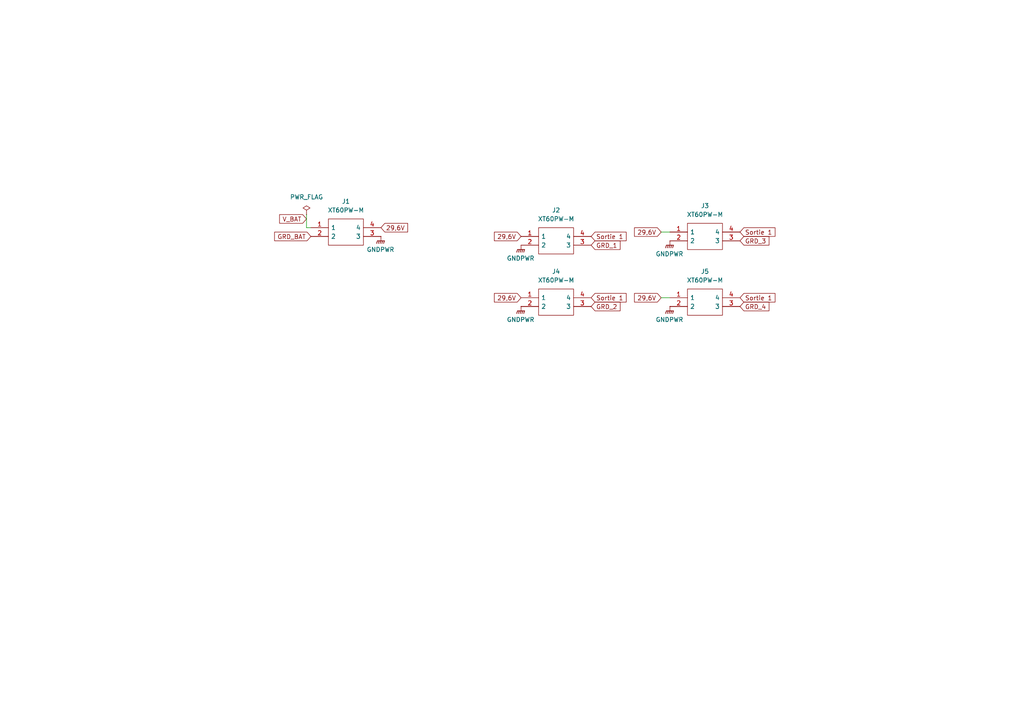
<source format=kicad_sch>
(kicad_sch
	(version 20231120)
	(generator "eeschema")
	(generator_version "8.0")
	(uuid "40e78b41-6f09-46d1-a57e-90611bd0dcb4")
	(paper "A4")
	(lib_symbols
		(symbol "XT60PW-M:XT60PW-M"
			(pin_names
				(offset 0.762)
			)
			(exclude_from_sim no)
			(in_bom yes)
			(on_board yes)
			(property "Reference" "J"
				(at 16.51 7.62 0)
				(effects
					(font
						(size 1.27 1.27)
					)
					(justify left)
				)
			)
			(property "Value" "XT60PW-M"
				(at 16.51 5.08 0)
				(effects
					(font
						(size 1.27 1.27)
					)
					(justify left)
				)
			)
			(property "Footprint" "XT60PWM"
				(at 16.51 2.54 0)
				(effects
					(font
						(size 1.27 1.27)
					)
					(justify left)
					(hide yes)
				)
			)
			(property "Datasheet" "https://www.tme.eu/Document/9b8d0c5eb7094295f3d3112c214d3ade/XT60PW%20SPEC.pdf"
				(at 16.51 0 0)
				(effects
					(font
						(size 1.27 1.27)
					)
					(justify left)
					(hide yes)
				)
			)
			(property "Description" "Socket; DC supply; XT60; male; PIN: 2; on PCBs; THT; Colour: yellow"
				(at 0 0 0)
				(effects
					(font
						(size 1.27 1.27)
					)
					(hide yes)
				)
			)
			(property "Description_1" "Socket; DC supply; XT60; male; PIN: 2; on PCBs; THT; Colour: yellow"
				(at 16.51 -2.54 0)
				(effects
					(font
						(size 1.27 1.27)
					)
					(justify left)
					(hide yes)
				)
			)
			(property "Height" "8.4"
				(at 16.51 -5.08 0)
				(effects
					(font
						(size 1.27 1.27)
					)
					(justify left)
					(hide yes)
				)
			)
			(property "Manufacturer_Name" "Changzou Amass Elec"
				(at 16.51 -7.62 0)
				(effects
					(font
						(size 1.27 1.27)
					)
					(justify left)
					(hide yes)
				)
			)
			(property "Manufacturer_Part_Number" "XT60PW-M"
				(at 16.51 -10.16 0)
				(effects
					(font
						(size 1.27 1.27)
					)
					(justify left)
					(hide yes)
				)
			)
			(property "Mouser Part Number" ""
				(at 16.51 -12.7 0)
				(effects
					(font
						(size 1.27 1.27)
					)
					(justify left)
					(hide yes)
				)
			)
			(property "Mouser Price/Stock" ""
				(at 16.51 -15.24 0)
				(effects
					(font
						(size 1.27 1.27)
					)
					(justify left)
					(hide yes)
				)
			)
			(property "Arrow Part Number" ""
				(at 16.51 -17.78 0)
				(effects
					(font
						(size 1.27 1.27)
					)
					(justify left)
					(hide yes)
				)
			)
			(property "Arrow Price/Stock" ""
				(at 16.51 -20.32 0)
				(effects
					(font
						(size 1.27 1.27)
					)
					(justify left)
					(hide yes)
				)
			)
			(symbol "XT60PW-M_0_0"
				(pin passive line
					(at 0 0 0)
					(length 5.08)
					(name "1"
						(effects
							(font
								(size 1.27 1.27)
							)
						)
					)
					(number "1"
						(effects
							(font
								(size 1.27 1.27)
							)
						)
					)
				)
				(pin passive line
					(at 0 -2.54 0)
					(length 5.08)
					(name "2"
						(effects
							(font
								(size 1.27 1.27)
							)
						)
					)
					(number "2"
						(effects
							(font
								(size 1.27 1.27)
							)
						)
					)
				)
				(pin passive line
					(at 20.32 -2.54 180)
					(length 5.08)
					(name "3"
						(effects
							(font
								(size 1.27 1.27)
							)
						)
					)
					(number "3"
						(effects
							(font
								(size 1.27 1.27)
							)
						)
					)
				)
				(pin passive line
					(at 20.32 0 180)
					(length 5.08)
					(name "4"
						(effects
							(font
								(size 1.27 1.27)
							)
						)
					)
					(number "4"
						(effects
							(font
								(size 1.27 1.27)
							)
						)
					)
				)
			)
			(symbol "XT60PW-M_0_1"
				(polyline
					(pts
						(xy 5.08 2.54) (xy 15.24 2.54) (xy 15.24 -5.08) (xy 5.08 -5.08) (xy 5.08 2.54)
					)
					(stroke
						(width 0.1524)
						(type solid)
					)
					(fill
						(type none)
					)
				)
			)
		)
		(symbol "power:GNDPWR"
			(power)
			(pin_numbers hide)
			(pin_names
				(offset 0) hide)
			(exclude_from_sim no)
			(in_bom yes)
			(on_board yes)
			(property "Reference" "#PWR"
				(at 0 -5.08 0)
				(effects
					(font
						(size 1.27 1.27)
					)
					(hide yes)
				)
			)
			(property "Value" "GNDPWR"
				(at 0 -3.302 0)
				(effects
					(font
						(size 1.27 1.27)
					)
				)
			)
			(property "Footprint" ""
				(at 0 -1.27 0)
				(effects
					(font
						(size 1.27 1.27)
					)
					(hide yes)
				)
			)
			(property "Datasheet" ""
				(at 0 -1.27 0)
				(effects
					(font
						(size 1.27 1.27)
					)
					(hide yes)
				)
			)
			(property "Description" "Power symbol creates a global label with name \"GNDPWR\" , global ground"
				(at 0 0 0)
				(effects
					(font
						(size 1.27 1.27)
					)
					(hide yes)
				)
			)
			(property "ki_keywords" "global ground"
				(at 0 0 0)
				(effects
					(font
						(size 1.27 1.27)
					)
					(hide yes)
				)
			)
			(symbol "GNDPWR_0_1"
				(polyline
					(pts
						(xy 0 -1.27) (xy 0 0)
					)
					(stroke
						(width 0)
						(type default)
					)
					(fill
						(type none)
					)
				)
				(polyline
					(pts
						(xy -1.016 -1.27) (xy -1.27 -2.032) (xy -1.27 -2.032)
					)
					(stroke
						(width 0.2032)
						(type default)
					)
					(fill
						(type none)
					)
				)
				(polyline
					(pts
						(xy -0.508 -1.27) (xy -0.762 -2.032) (xy -0.762 -2.032)
					)
					(stroke
						(width 0.2032)
						(type default)
					)
					(fill
						(type none)
					)
				)
				(polyline
					(pts
						(xy 0 -1.27) (xy -0.254 -2.032) (xy -0.254 -2.032)
					)
					(stroke
						(width 0.2032)
						(type default)
					)
					(fill
						(type none)
					)
				)
				(polyline
					(pts
						(xy 0.508 -1.27) (xy 0.254 -2.032) (xy 0.254 -2.032)
					)
					(stroke
						(width 0.2032)
						(type default)
					)
					(fill
						(type none)
					)
				)
				(polyline
					(pts
						(xy 1.016 -1.27) (xy -1.016 -1.27) (xy -1.016 -1.27)
					)
					(stroke
						(width 0.2032)
						(type default)
					)
					(fill
						(type none)
					)
				)
				(polyline
					(pts
						(xy 1.016 -1.27) (xy 0.762 -2.032) (xy 0.762 -2.032) (xy 0.762 -2.032)
					)
					(stroke
						(width 0.2032)
						(type default)
					)
					(fill
						(type none)
					)
				)
			)
			(symbol "GNDPWR_1_1"
				(pin power_in line
					(at 0 0 270)
					(length 0)
					(name "~"
						(effects
							(font
								(size 1.27 1.27)
							)
						)
					)
					(number "1"
						(effects
							(font
								(size 1.27 1.27)
							)
						)
					)
				)
			)
		)
		(symbol "power:PWR_FLAG"
			(power)
			(pin_numbers hide)
			(pin_names
				(offset 0) hide)
			(exclude_from_sim no)
			(in_bom yes)
			(on_board yes)
			(property "Reference" "#FLG"
				(at 0 1.905 0)
				(effects
					(font
						(size 1.27 1.27)
					)
					(hide yes)
				)
			)
			(property "Value" "PWR_FLAG"
				(at 0 3.81 0)
				(effects
					(font
						(size 1.27 1.27)
					)
				)
			)
			(property "Footprint" ""
				(at 0 0 0)
				(effects
					(font
						(size 1.27 1.27)
					)
					(hide yes)
				)
			)
			(property "Datasheet" "~"
				(at 0 0 0)
				(effects
					(font
						(size 1.27 1.27)
					)
					(hide yes)
				)
			)
			(property "Description" "Special symbol for telling ERC where power comes from"
				(at 0 0 0)
				(effects
					(font
						(size 1.27 1.27)
					)
					(hide yes)
				)
			)
			(property "ki_keywords" "flag power"
				(at 0 0 0)
				(effects
					(font
						(size 1.27 1.27)
					)
					(hide yes)
				)
			)
			(symbol "PWR_FLAG_0_0"
				(pin power_out line
					(at 0 0 90)
					(length 0)
					(name "~"
						(effects
							(font
								(size 1.27 1.27)
							)
						)
					)
					(number "1"
						(effects
							(font
								(size 1.27 1.27)
							)
						)
					)
				)
			)
			(symbol "PWR_FLAG_0_1"
				(polyline
					(pts
						(xy 0 0) (xy 0 1.27) (xy -1.016 1.905) (xy 0 2.54) (xy 1.016 1.905) (xy 0 1.27)
					)
					(stroke
						(width 0)
						(type default)
					)
					(fill
						(type none)
					)
				)
			)
		)
	)
	(wire
		(pts
			(xy 88.9 66.04) (xy 90.17 66.04)
		)
		(stroke
			(width 0)
			(type default)
		)
		(uuid "1230e595-709a-44b9-bf34-04e07f631eed")
	)
	(wire
		(pts
			(xy 194.31 86.36) (xy 191.77 86.36)
		)
		(stroke
			(width 0)
			(type default)
		)
		(uuid "1fbb9afa-976a-4252-85b3-78f2faa8f420")
	)
	(wire
		(pts
			(xy 194.31 67.31) (xy 191.77 67.31)
		)
		(stroke
			(width 0)
			(type default)
		)
		(uuid "46f81458-81db-4068-8f47-6a751c186e67")
	)
	(wire
		(pts
			(xy 88.9 62.23) (xy 88.9 66.04)
		)
		(stroke
			(width 0)
			(type default)
		)
		(uuid "67babda7-11a0-4a4c-a55b-09293078ed3b")
	)
	(global_label "Sortie 1"
		(shape input)
		(at 171.45 86.36 0)
		(fields_autoplaced yes)
		(effects
			(font
				(size 1.27 1.27)
			)
			(justify left)
		)
		(uuid "049fc99b-0619-45ae-a964-ede3b81a78b0")
		(property "Intersheetrefs" "${INTERSHEET_REFS}"
			(at 182.1761 86.36 0)
			(effects
				(font
					(size 1.27 1.27)
				)
				(justify left)
				(hide yes)
			)
		)
	)
	(global_label "GRD_1"
		(shape input)
		(at 171.45 71.12 0)
		(fields_autoplaced yes)
		(effects
			(font
				(size 1.27 1.27)
			)
			(justify left)
		)
		(uuid "0669b318-741c-42af-8f21-1197ef25f61a")
		(property "Intersheetrefs" "${INTERSHEET_REFS}"
			(at 180.4223 71.12 0)
			(effects
				(font
					(size 1.27 1.27)
				)
				(justify left)
				(hide yes)
			)
		)
	)
	(global_label "29,6V"
		(shape input)
		(at 151.13 68.58 180)
		(fields_autoplaced yes)
		(effects
			(font
				(size 1.27 1.27)
			)
			(justify right)
		)
		(uuid "0d0e4336-88ab-4af2-9b8d-47af6a4b5588")
		(property "Intersheetrefs" "${INTERSHEET_REFS}"
			(at 142.8229 68.58 0)
			(effects
				(font
					(size 1.27 1.27)
				)
				(justify right)
				(hide yes)
			)
		)
	)
	(global_label "Sortie 1"
		(shape input)
		(at 214.63 86.36 0)
		(fields_autoplaced yes)
		(effects
			(font
				(size 1.27 1.27)
			)
			(justify left)
		)
		(uuid "18a30c0f-5b8f-459f-ba7e-c9dff8283ace")
		(property "Intersheetrefs" "${INTERSHEET_REFS}"
			(at 225.3561 86.36 0)
			(effects
				(font
					(size 1.27 1.27)
				)
				(justify left)
				(hide yes)
			)
		)
	)
	(global_label "V_BAT"
		(shape input)
		(at 88.9 63.5 180)
		(fields_autoplaced yes)
		(effects
			(font
				(size 1.27 1.27)
			)
			(justify right)
		)
		(uuid "1ae9d58c-e662-4d61-bc20-97a40021b7c4")
		(property "Intersheetrefs" "${INTERSHEET_REFS}"
			(at 80.5324 63.5 0)
			(effects
				(font
					(size 1.27 1.27)
				)
				(justify right)
				(hide yes)
			)
		)
	)
	(global_label "29,6V"
		(shape input)
		(at 191.77 86.36 180)
		(fields_autoplaced yes)
		(effects
			(font
				(size 1.27 1.27)
			)
			(justify right)
		)
		(uuid "43e571dc-c97f-4a47-83a0-560625f4cc0f")
		(property "Intersheetrefs" "${INTERSHEET_REFS}"
			(at 183.4629 86.36 0)
			(effects
				(font
					(size 1.27 1.27)
				)
				(justify right)
				(hide yes)
			)
		)
	)
	(global_label "GRD_2"
		(shape input)
		(at 171.45 88.9 0)
		(fields_autoplaced yes)
		(effects
			(font
				(size 1.27 1.27)
			)
			(justify left)
		)
		(uuid "520a1e75-8a5f-42c6-848c-131a6ac52b58")
		(property "Intersheetrefs" "${INTERSHEET_REFS}"
			(at 180.4223 88.9 0)
			(effects
				(font
					(size 1.27 1.27)
				)
				(justify left)
				(hide yes)
			)
		)
	)
	(global_label "29,6V"
		(shape input)
		(at 151.13 86.36 180)
		(fields_autoplaced yes)
		(effects
			(font
				(size 1.27 1.27)
			)
			(justify right)
		)
		(uuid "5816aa9a-685e-44a0-88b4-e89d9712d097")
		(property "Intersheetrefs" "${INTERSHEET_REFS}"
			(at 142.8229 86.36 0)
			(effects
				(font
					(size 1.27 1.27)
				)
				(justify right)
				(hide yes)
			)
		)
	)
	(global_label "GRD_4"
		(shape input)
		(at 214.63 88.9 0)
		(fields_autoplaced yes)
		(effects
			(font
				(size 1.27 1.27)
			)
			(justify left)
		)
		(uuid "71d50eec-bb6b-4221-b24a-c88521f8f9f4")
		(property "Intersheetrefs" "${INTERSHEET_REFS}"
			(at 223.6023 88.9 0)
			(effects
				(font
					(size 1.27 1.27)
				)
				(justify left)
				(hide yes)
			)
		)
	)
	(global_label "29,6V"
		(shape input)
		(at 191.77 67.31 180)
		(fields_autoplaced yes)
		(effects
			(font
				(size 1.27 1.27)
			)
			(justify right)
		)
		(uuid "755efd37-dc29-4c22-912d-165aada2cf39")
		(property "Intersheetrefs" "${INTERSHEET_REFS}"
			(at 183.4629 67.31 0)
			(effects
				(font
					(size 1.27 1.27)
				)
				(justify right)
				(hide yes)
			)
		)
	)
	(global_label "GRD_BAT"
		(shape input)
		(at 90.17 68.58 180)
		(fields_autoplaced yes)
		(effects
			(font
				(size 1.27 1.27)
			)
			(justify right)
		)
		(uuid "75db3b7c-dc0d-4c7e-b6f0-019fe9902c91")
		(property "Intersheetrefs" "${INTERSHEET_REFS}"
			(at 79.081 68.58 0)
			(effects
				(font
					(size 1.27 1.27)
				)
				(justify right)
				(hide yes)
			)
		)
	)
	(global_label "Sortie 1"
		(shape input)
		(at 214.63 67.31 0)
		(fields_autoplaced yes)
		(effects
			(font
				(size 1.27 1.27)
			)
			(justify left)
		)
		(uuid "770f0c6c-acfd-489b-9e0f-05e40c006978")
		(property "Intersheetrefs" "${INTERSHEET_REFS}"
			(at 225.3561 67.31 0)
			(effects
				(font
					(size 1.27 1.27)
				)
				(justify left)
				(hide yes)
			)
		)
	)
	(global_label "Sortie 1"
		(shape input)
		(at 171.45 68.58 0)
		(fields_autoplaced yes)
		(effects
			(font
				(size 1.27 1.27)
			)
			(justify left)
		)
		(uuid "8ff1b619-dc60-4b4a-9758-0c5747837bce")
		(property "Intersheetrefs" "${INTERSHEET_REFS}"
			(at 182.1761 68.58 0)
			(effects
				(font
					(size 1.27 1.27)
				)
				(justify left)
				(hide yes)
			)
		)
	)
	(global_label "GRD_3"
		(shape input)
		(at 214.63 69.85 0)
		(fields_autoplaced yes)
		(effects
			(font
				(size 1.27 1.27)
			)
			(justify left)
		)
		(uuid "a62de4b2-e560-4bec-bdbb-95e7b83a8c64")
		(property "Intersheetrefs" "${INTERSHEET_REFS}"
			(at 223.6023 69.85 0)
			(effects
				(font
					(size 1.27 1.27)
				)
				(justify left)
				(hide yes)
			)
		)
	)
	(global_label "29,6V"
		(shape input)
		(at 110.49 66.04 0)
		(fields_autoplaced yes)
		(effects
			(font
				(size 1.27 1.27)
			)
			(justify left)
		)
		(uuid "d465e505-15d0-444c-b7e7-430fa774ec83")
		(property "Intersheetrefs" "${INTERSHEET_REFS}"
			(at 118.7971 66.04 0)
			(effects
				(font
					(size 1.27 1.27)
				)
				(justify left)
				(hide yes)
			)
		)
	)
	(symbol
		(lib_id "power:GNDPWR")
		(at 151.13 88.9 0)
		(unit 1)
		(exclude_from_sim no)
		(in_bom yes)
		(on_board yes)
		(dnp no)
		(fields_autoplaced yes)
		(uuid "1ca09351-a798-45d3-a99e-fa26ddbb0508")
		(property "Reference" "#PWR04"
			(at 151.13 93.98 0)
			(effects
				(font
					(size 1.27 1.27)
				)
				(hide yes)
			)
		)
		(property "Value" "GNDPWR"
			(at 151.003 92.71 0)
			(effects
				(font
					(size 1.27 1.27)
				)
			)
		)
		(property "Footprint" ""
			(at 151.13 90.17 0)
			(effects
				(font
					(size 1.27 1.27)
				)
				(hide yes)
			)
		)
		(property "Datasheet" ""
			(at 151.13 90.17 0)
			(effects
				(font
					(size 1.27 1.27)
				)
				(hide yes)
			)
		)
		(property "Description" "Power symbol creates a global label with name \"GNDPWR\" , global ground"
			(at 151.13 88.9 0)
			(effects
				(font
					(size 1.27 1.27)
				)
				(hide yes)
			)
		)
		(pin "1"
			(uuid "3ee7be63-fae5-4cdb-ad38-b64e6f7f7fc5")
		)
		(instances
			(project "Carte d'Alim CFR"
				(path "/40e78b41-6f09-46d1-a57e-90611bd0dcb4"
					(reference "#PWR04")
					(unit 1)
				)
			)
		)
	)
	(symbol
		(lib_id "XT60PW-M:XT60PW-M")
		(at 194.31 67.31 0)
		(unit 1)
		(exclude_from_sim no)
		(in_bom yes)
		(on_board yes)
		(dnp no)
		(fields_autoplaced yes)
		(uuid "1cfb6c79-d7ce-4ed8-be36-2712ded31f96")
		(property "Reference" "J3"
			(at 204.47 59.69 0)
			(effects
				(font
					(size 1.27 1.27)
				)
			)
		)
		(property "Value" "XT60PW-M"
			(at 204.47 62.23 0)
			(effects
				(font
					(size 1.27 1.27)
				)
			)
		)
		(property "Footprint" "Connector_AMASS:AMASS_XT60PW-M_1x02_P7.20mm_Horizontal"
			(at 210.82 64.77 0)
			(effects
				(font
					(size 1.27 1.27)
				)
				(justify left)
				(hide yes)
			)
		)
		(property "Datasheet" "https://www.tme.eu/Document/9b8d0c5eb7094295f3d3112c214d3ade/XT60PW%20SPEC.pdf"
			(at 210.82 67.31 0)
			(effects
				(font
					(size 1.27 1.27)
				)
				(justify left)
				(hide yes)
			)
		)
		(property "Description" "Socket; DC supply; XT60; male; PIN: 2; on PCBs; THT; Colour: yellow"
			(at 194.31 67.31 0)
			(effects
				(font
					(size 1.27 1.27)
				)
				(hide yes)
			)
		)
		(property "Description_1" "Socket; DC supply; XT60; male; PIN: 2; on PCBs; THT; Colour: yellow"
			(at 210.82 69.85 0)
			(effects
				(font
					(size 1.27 1.27)
				)
				(justify left)
				(hide yes)
			)
		)
		(property "Height" "8.4"
			(at 210.82 72.39 0)
			(effects
				(font
					(size 1.27 1.27)
				)
				(justify left)
				(hide yes)
			)
		)
		(property "Manufacturer_Name" "Changzou Amass Elec"
			(at 210.82 74.93 0)
			(effects
				(font
					(size 1.27 1.27)
				)
				(justify left)
				(hide yes)
			)
		)
		(property "Manufacturer_Part_Number" "XT60PW-M"
			(at 210.82 77.47 0)
			(effects
				(font
					(size 1.27 1.27)
				)
				(justify left)
				(hide yes)
			)
		)
		(property "Mouser Part Number" ""
			(at 210.82 80.01 0)
			(effects
				(font
					(size 1.27 1.27)
				)
				(justify left)
				(hide yes)
			)
		)
		(property "Mouser Price/Stock" ""
			(at 210.82 82.55 0)
			(effects
				(font
					(size 1.27 1.27)
				)
				(justify left)
				(hide yes)
			)
		)
		(property "Arrow Part Number" ""
			(at 210.82 85.09 0)
			(effects
				(font
					(size 1.27 1.27)
				)
				(justify left)
				(hide yes)
			)
		)
		(property "Arrow Price/Stock" ""
			(at 210.82 87.63 0)
			(effects
				(font
					(size 1.27 1.27)
				)
				(justify left)
				(hide yes)
			)
		)
		(pin "3"
			(uuid "59138c97-b967-40fa-b594-9a21b2d2f21d")
		)
		(pin "1"
			(uuid "f78fbdf7-a1ce-4b27-a278-d00eaf72fb74")
		)
		(pin "2"
			(uuid "9481146a-9834-48dd-a394-a57ac85bd1d7")
		)
		(pin "4"
			(uuid "e4f3e82b-e795-4e5d-a3a7-2b6d2ba9dcd0")
		)
		(instances
			(project "Carte d'Alim CFR"
				(path "/40e78b41-6f09-46d1-a57e-90611bd0dcb4"
					(reference "J3")
					(unit 1)
				)
			)
		)
	)
	(symbol
		(lib_id "power:GNDPWR")
		(at 110.49 68.58 0)
		(unit 1)
		(exclude_from_sim no)
		(in_bom yes)
		(on_board yes)
		(dnp no)
		(fields_autoplaced yes)
		(uuid "20f0b6c4-5062-4a49-92c1-051b63a71449")
		(property "Reference" "#PWR01"
			(at 110.49 73.66 0)
			(effects
				(font
					(size 1.27 1.27)
				)
				(hide yes)
			)
		)
		(property "Value" "GNDPWR"
			(at 110.363 72.39 0)
			(effects
				(font
					(size 1.27 1.27)
				)
			)
		)
		(property "Footprint" ""
			(at 110.49 69.85 0)
			(effects
				(font
					(size 1.27 1.27)
				)
				(hide yes)
			)
		)
		(property "Datasheet" ""
			(at 110.49 69.85 0)
			(effects
				(font
					(size 1.27 1.27)
				)
				(hide yes)
			)
		)
		(property "Description" "Power symbol creates a global label with name \"GNDPWR\" , global ground"
			(at 110.49 68.58 0)
			(effects
				(font
					(size 1.27 1.27)
				)
				(hide yes)
			)
		)
		(pin "1"
			(uuid "600dbca6-9f56-41a3-a8d1-cf2513993d77")
		)
		(instances
			(project "Carte d'Alim CFR"
				(path "/40e78b41-6f09-46d1-a57e-90611bd0dcb4"
					(reference "#PWR01")
					(unit 1)
				)
			)
		)
	)
	(symbol
		(lib_id "XT60PW-M:XT60PW-M")
		(at 90.17 66.04 0)
		(unit 1)
		(exclude_from_sim no)
		(in_bom yes)
		(on_board yes)
		(dnp no)
		(fields_autoplaced yes)
		(uuid "211c6b69-3a4c-4d23-93ab-bac36a3577c0")
		(property "Reference" "J1"
			(at 100.33 58.42 0)
			(effects
				(font
					(size 1.27 1.27)
				)
			)
		)
		(property "Value" "XT60PW-M"
			(at 100.33 60.96 0)
			(effects
				(font
					(size 1.27 1.27)
				)
			)
		)
		(property "Footprint" "Connector_AMASS:AMASS_XT60PW-M_1x02_P7.20mm_Horizontal"
			(at 106.68 63.5 0)
			(effects
				(font
					(size 1.27 1.27)
				)
				(justify left)
				(hide yes)
			)
		)
		(property "Datasheet" "https://www.tme.eu/Document/9b8d0c5eb7094295f3d3112c214d3ade/XT60PW%20SPEC.pdf"
			(at 106.68 66.04 0)
			(effects
				(font
					(size 1.27 1.27)
				)
				(justify left)
				(hide yes)
			)
		)
		(property "Description" "Socket; DC supply; XT60; male; PIN: 2; on PCBs; THT; Colour: yellow"
			(at 90.17 66.04 0)
			(effects
				(font
					(size 1.27 1.27)
				)
				(hide yes)
			)
		)
		(property "Description_1" "Socket; DC supply; XT60; male; PIN: 2; on PCBs; THT; Colour: yellow"
			(at 106.68 68.58 0)
			(effects
				(font
					(size 1.27 1.27)
				)
				(justify left)
				(hide yes)
			)
		)
		(property "Height" "8.4"
			(at 106.68 71.12 0)
			(effects
				(font
					(size 1.27 1.27)
				)
				(justify left)
				(hide yes)
			)
		)
		(property "Manufacturer_Name" "Changzou Amass Elec"
			(at 106.68 73.66 0)
			(effects
				(font
					(size 1.27 1.27)
				)
				(justify left)
				(hide yes)
			)
		)
		(property "Manufacturer_Part_Number" "XT60PW-M"
			(at 106.68 76.2 0)
			(effects
				(font
					(size 1.27 1.27)
				)
				(justify left)
				(hide yes)
			)
		)
		(property "Mouser Part Number" ""
			(at 106.68 78.74 0)
			(effects
				(font
					(size 1.27 1.27)
				)
				(justify left)
				(hide yes)
			)
		)
		(property "Mouser Price/Stock" ""
			(at 106.68 81.28 0)
			(effects
				(font
					(size 1.27 1.27)
				)
				(justify left)
				(hide yes)
			)
		)
		(property "Arrow Part Number" ""
			(at 106.68 83.82 0)
			(effects
				(font
					(size 1.27 1.27)
				)
				(justify left)
				(hide yes)
			)
		)
		(property "Arrow Price/Stock" ""
			(at 106.68 86.36 0)
			(effects
				(font
					(size 1.27 1.27)
				)
				(justify left)
				(hide yes)
			)
		)
		(pin "2"
			(uuid "a25fec86-d139-4b09-b01f-4d2ada9a35ff")
		)
		(pin "3"
			(uuid "bffab0fe-2d44-4d14-92a9-8ec754f8fa23")
		)
		(pin "4"
			(uuid "72dde5f8-0d41-4b68-857f-71dd3d2c2b91")
		)
		(pin "1"
			(uuid "b36e3a0f-d133-4967-afcc-73cb739ed662")
		)
		(instances
			(project ""
				(path "/40e78b41-6f09-46d1-a57e-90611bd0dcb4"
					(reference "J1")
					(unit 1)
				)
			)
		)
	)
	(symbol
		(lib_id "XT60PW-M:XT60PW-M")
		(at 151.13 68.58 0)
		(unit 1)
		(exclude_from_sim no)
		(in_bom yes)
		(on_board yes)
		(dnp no)
		(fields_autoplaced yes)
		(uuid "33dc2e72-690a-4660-a2d1-71ab692a3d76")
		(property "Reference" "J2"
			(at 161.29 60.96 0)
			(effects
				(font
					(size 1.27 1.27)
				)
			)
		)
		(property "Value" "XT60PW-M"
			(at 161.29 63.5 0)
			(effects
				(font
					(size 1.27 1.27)
				)
			)
		)
		(property "Footprint" "Connector_AMASS:AMASS_XT60PW-M_1x02_P7.20mm_Horizontal"
			(at 167.64 66.04 0)
			(effects
				(font
					(size 1.27 1.27)
				)
				(justify left)
				(hide yes)
			)
		)
		(property "Datasheet" "https://www.tme.eu/Document/9b8d0c5eb7094295f3d3112c214d3ade/XT60PW%20SPEC.pdf"
			(at 167.64 68.58 0)
			(effects
				(font
					(size 1.27 1.27)
				)
				(justify left)
				(hide yes)
			)
		)
		(property "Description" "Socket; DC supply; XT60; male; PIN: 2; on PCBs; THT; Colour: yellow"
			(at 151.13 68.58 0)
			(effects
				(font
					(size 1.27 1.27)
				)
				(hide yes)
			)
		)
		(property "Description_1" "Socket; DC supply; XT60; male; PIN: 2; on PCBs; THT; Colour: yellow"
			(at 167.64 71.12 0)
			(effects
				(font
					(size 1.27 1.27)
				)
				(justify left)
				(hide yes)
			)
		)
		(property "Height" "8.4"
			(at 167.64 73.66 0)
			(effects
				(font
					(size 1.27 1.27)
				)
				(justify left)
				(hide yes)
			)
		)
		(property "Manufacturer_Name" "Changzou Amass Elec"
			(at 167.64 76.2 0)
			(effects
				(font
					(size 1.27 1.27)
				)
				(justify left)
				(hide yes)
			)
		)
		(property "Manufacturer_Part_Number" "XT60PW-M"
			(at 167.64 78.74 0)
			(effects
				(font
					(size 1.27 1.27)
				)
				(justify left)
				(hide yes)
			)
		)
		(property "Mouser Part Number" ""
			(at 167.64 81.28 0)
			(effects
				(font
					(size 1.27 1.27)
				)
				(justify left)
				(hide yes)
			)
		)
		(property "Mouser Price/Stock" ""
			(at 167.64 83.82 0)
			(effects
				(font
					(size 1.27 1.27)
				)
				(justify left)
				(hide yes)
			)
		)
		(property "Arrow Part Number" ""
			(at 167.64 86.36 0)
			(effects
				(font
					(size 1.27 1.27)
				)
				(justify left)
				(hide yes)
			)
		)
		(property "Arrow Price/Stock" ""
			(at 167.64 88.9 0)
			(effects
				(font
					(size 1.27 1.27)
				)
				(justify left)
				(hide yes)
			)
		)
		(pin "3"
			(uuid "687d8fea-3ed6-45dc-af0a-ff03f64717f9")
		)
		(pin "1"
			(uuid "632bd1dd-631a-44c6-bd4a-1afedca26a0c")
		)
		(pin "2"
			(uuid "a9d0aeec-8c27-4e62-951c-1e43f07481f5")
		)
		(pin "4"
			(uuid "302dd0df-f1c6-4e14-88d2-ab539c29c267")
		)
		(instances
			(project "Carte d'Alim CFR"
				(path "/40e78b41-6f09-46d1-a57e-90611bd0dcb4"
					(reference "J2")
					(unit 1)
				)
			)
		)
	)
	(symbol
		(lib_id "XT60PW-M:XT60PW-M")
		(at 194.31 86.36 0)
		(unit 1)
		(exclude_from_sim no)
		(in_bom yes)
		(on_board yes)
		(dnp no)
		(fields_autoplaced yes)
		(uuid "3a22d578-2a7e-4669-8499-69916dcff33f")
		(property "Reference" "J5"
			(at 204.47 78.74 0)
			(effects
				(font
					(size 1.27 1.27)
				)
			)
		)
		(property "Value" "XT60PW-M"
			(at 204.47 81.28 0)
			(effects
				(font
					(size 1.27 1.27)
				)
			)
		)
		(property "Footprint" "Connector_AMASS:AMASS_XT60PW-M_1x02_P7.20mm_Horizontal"
			(at 210.82 83.82 0)
			(effects
				(font
					(size 1.27 1.27)
				)
				(justify left)
				(hide yes)
			)
		)
		(property "Datasheet" "https://www.tme.eu/Document/9b8d0c5eb7094295f3d3112c214d3ade/XT60PW%20SPEC.pdf"
			(at 210.82 86.36 0)
			(effects
				(font
					(size 1.27 1.27)
				)
				(justify left)
				(hide yes)
			)
		)
		(property "Description" "Socket; DC supply; XT60; male; PIN: 2; on PCBs; THT; Colour: yellow"
			(at 194.31 86.36 0)
			(effects
				(font
					(size 1.27 1.27)
				)
				(hide yes)
			)
		)
		(property "Description_1" "Socket; DC supply; XT60; male; PIN: 2; on PCBs; THT; Colour: yellow"
			(at 210.82 88.9 0)
			(effects
				(font
					(size 1.27 1.27)
				)
				(justify left)
				(hide yes)
			)
		)
		(property "Height" "8.4"
			(at 210.82 91.44 0)
			(effects
				(font
					(size 1.27 1.27)
				)
				(justify left)
				(hide yes)
			)
		)
		(property "Manufacturer_Name" "Changzou Amass Elec"
			(at 210.82 93.98 0)
			(effects
				(font
					(size 1.27 1.27)
				)
				(justify left)
				(hide yes)
			)
		)
		(property "Manufacturer_Part_Number" "XT60PW-M"
			(at 210.82 96.52 0)
			(effects
				(font
					(size 1.27 1.27)
				)
				(justify left)
				(hide yes)
			)
		)
		(property "Mouser Part Number" ""
			(at 210.82 99.06 0)
			(effects
				(font
					(size 1.27 1.27)
				)
				(justify left)
				(hide yes)
			)
		)
		(property "Mouser Price/Stock" ""
			(at 210.82 101.6 0)
			(effects
				(font
					(size 1.27 1.27)
				)
				(justify left)
				(hide yes)
			)
		)
		(property "Arrow Part Number" ""
			(at 210.82 104.14 0)
			(effects
				(font
					(size 1.27 1.27)
				)
				(justify left)
				(hide yes)
			)
		)
		(property "Arrow Price/Stock" ""
			(at 210.82 106.68 0)
			(effects
				(font
					(size 1.27 1.27)
				)
				(justify left)
				(hide yes)
			)
		)
		(pin "3"
			(uuid "cd9e5e93-0f0a-463c-bef2-1b35d03da690")
		)
		(pin "1"
			(uuid "53aae324-84af-44cd-8fd2-b8140e417a04")
		)
		(pin "2"
			(uuid "891578ea-8410-43a5-ba9f-7f4a73b2cb90")
		)
		(pin "4"
			(uuid "6fa19d94-9a67-4031-a333-f6d47626e953")
		)
		(instances
			(project "Carte d'Alim CFR"
				(path "/40e78b41-6f09-46d1-a57e-90611bd0dcb4"
					(reference "J5")
					(unit 1)
				)
			)
		)
	)
	(symbol
		(lib_id "XT60PW-M:XT60PW-M")
		(at 151.13 86.36 0)
		(unit 1)
		(exclude_from_sim no)
		(in_bom yes)
		(on_board yes)
		(dnp no)
		(fields_autoplaced yes)
		(uuid "827bac3f-a44d-40cd-9d7c-2ba855232920")
		(property "Reference" "J4"
			(at 161.29 78.74 0)
			(effects
				(font
					(size 1.27 1.27)
				)
			)
		)
		(property "Value" "XT60PW-M"
			(at 161.29 81.28 0)
			(effects
				(font
					(size 1.27 1.27)
				)
			)
		)
		(property "Footprint" "Connector_AMASS:AMASS_XT60PW-M_1x02_P7.20mm_Horizontal"
			(at 167.64 83.82 0)
			(effects
				(font
					(size 1.27 1.27)
				)
				(justify left)
				(hide yes)
			)
		)
		(property "Datasheet" "https://www.tme.eu/Document/9b8d0c5eb7094295f3d3112c214d3ade/XT60PW%20SPEC.pdf"
			(at 167.64 86.36 0)
			(effects
				(font
					(size 1.27 1.27)
				)
				(justify left)
				(hide yes)
			)
		)
		(property "Description" "Socket; DC supply; XT60; male; PIN: 2; on PCBs; THT; Colour: yellow"
			(at 151.13 86.36 0)
			(effects
				(font
					(size 1.27 1.27)
				)
				(hide yes)
			)
		)
		(property "Description_1" "Socket; DC supply; XT60; male; PIN: 2; on PCBs; THT; Colour: yellow"
			(at 167.64 88.9 0)
			(effects
				(font
					(size 1.27 1.27)
				)
				(justify left)
				(hide yes)
			)
		)
		(property "Height" "8.4"
			(at 167.64 91.44 0)
			(effects
				(font
					(size 1.27 1.27)
				)
				(justify left)
				(hide yes)
			)
		)
		(property "Manufacturer_Name" "Changzou Amass Elec"
			(at 167.64 93.98 0)
			(effects
				(font
					(size 1.27 1.27)
				)
				(justify left)
				(hide yes)
			)
		)
		(property "Manufacturer_Part_Number" "XT60PW-M"
			(at 167.64 96.52 0)
			(effects
				(font
					(size 1.27 1.27)
				)
				(justify left)
				(hide yes)
			)
		)
		(property "Mouser Part Number" ""
			(at 167.64 99.06 0)
			(effects
				(font
					(size 1.27 1.27)
				)
				(justify left)
				(hide yes)
			)
		)
		(property "Mouser Price/Stock" ""
			(at 167.64 101.6 0)
			(effects
				(font
					(size 1.27 1.27)
				)
				(justify left)
				(hide yes)
			)
		)
		(property "Arrow Part Number" ""
			(at 167.64 104.14 0)
			(effects
				(font
					(size 1.27 1.27)
				)
				(justify left)
				(hide yes)
			)
		)
		(property "Arrow Price/Stock" ""
			(at 167.64 106.68 0)
			(effects
				(font
					(size 1.27 1.27)
				)
				(justify left)
				(hide yes)
			)
		)
		(pin "3"
			(uuid "7b8dd486-6005-4777-8613-cb8194194c08")
		)
		(pin "1"
			(uuid "6f478d6b-b348-4233-ba29-7c94987d0428")
		)
		(pin "2"
			(uuid "543f2fa9-8c72-4a73-9638-afea4332a41d")
		)
		(pin "4"
			(uuid "5d081bd7-5360-4897-9c7c-3f32b1b4e647")
		)
		(instances
			(project "Carte d'Alim CFR"
				(path "/40e78b41-6f09-46d1-a57e-90611bd0dcb4"
					(reference "J4")
					(unit 1)
				)
			)
		)
	)
	(symbol
		(lib_id "power:GNDPWR")
		(at 194.31 69.85 0)
		(unit 1)
		(exclude_from_sim no)
		(in_bom yes)
		(on_board yes)
		(dnp no)
		(fields_autoplaced yes)
		(uuid "a7526c9c-df81-410d-97bb-8b561b4e5c59")
		(property "Reference" "#PWR03"
			(at 194.31 74.93 0)
			(effects
				(font
					(size 1.27 1.27)
				)
				(hide yes)
			)
		)
		(property "Value" "GNDPWR"
			(at 194.183 73.66 0)
			(effects
				(font
					(size 1.27 1.27)
				)
			)
		)
		(property "Footprint" ""
			(at 194.31 71.12 0)
			(effects
				(font
					(size 1.27 1.27)
				)
				(hide yes)
			)
		)
		(property "Datasheet" ""
			(at 194.31 71.12 0)
			(effects
				(font
					(size 1.27 1.27)
				)
				(hide yes)
			)
		)
		(property "Description" "Power symbol creates a global label with name \"GNDPWR\" , global ground"
			(at 194.31 69.85 0)
			(effects
				(font
					(size 1.27 1.27)
				)
				(hide yes)
			)
		)
		(pin "1"
			(uuid "9b1826bc-e7f3-48dc-88c2-c117f7a5ad66")
		)
		(instances
			(project "Carte d'Alim CFR"
				(path "/40e78b41-6f09-46d1-a57e-90611bd0dcb4"
					(reference "#PWR03")
					(unit 1)
				)
			)
		)
	)
	(symbol
		(lib_id "power:PWR_FLAG")
		(at 88.9 62.23 0)
		(unit 1)
		(exclude_from_sim no)
		(in_bom yes)
		(on_board yes)
		(dnp no)
		(fields_autoplaced yes)
		(uuid "ba525efd-1422-4e6b-9453-7fdffce499c5")
		(property "Reference" "#FLG01"
			(at 88.9 60.325 0)
			(effects
				(font
					(size 1.27 1.27)
				)
				(hide yes)
			)
		)
		(property "Value" "PWR_FLAG"
			(at 88.9 57.15 0)
			(effects
				(font
					(size 1.27 1.27)
				)
			)
		)
		(property "Footprint" ""
			(at 88.9 62.23 0)
			(effects
				(font
					(size 1.27 1.27)
				)
				(hide yes)
			)
		)
		(property "Datasheet" "~"
			(at 88.9 62.23 0)
			(effects
				(font
					(size 1.27 1.27)
				)
				(hide yes)
			)
		)
		(property "Description" "Special symbol for telling ERC where power comes from"
			(at 88.9 62.23 0)
			(effects
				(font
					(size 1.27 1.27)
				)
				(hide yes)
			)
		)
		(pin "1"
			(uuid "223255f9-6b01-4e8e-b6c9-c8bc93409bcd")
		)
		(instances
			(project ""
				(path "/40e78b41-6f09-46d1-a57e-90611bd0dcb4"
					(reference "#FLG01")
					(unit 1)
				)
			)
		)
	)
	(symbol
		(lib_id "power:GNDPWR")
		(at 151.13 71.12 0)
		(unit 1)
		(exclude_from_sim no)
		(in_bom yes)
		(on_board yes)
		(dnp no)
		(fields_autoplaced yes)
		(uuid "e565c14d-dfa0-4c81-b781-5e2eb8ec3335")
		(property "Reference" "#PWR02"
			(at 151.13 76.2 0)
			(effects
				(font
					(size 1.27 1.27)
				)
				(hide yes)
			)
		)
		(property "Value" "GNDPWR"
			(at 151.003 74.93 0)
			(effects
				(font
					(size 1.27 1.27)
				)
			)
		)
		(property "Footprint" ""
			(at 151.13 72.39 0)
			(effects
				(font
					(size 1.27 1.27)
				)
				(hide yes)
			)
		)
		(property "Datasheet" ""
			(at 151.13 72.39 0)
			(effects
				(font
					(size 1.27 1.27)
				)
				(hide yes)
			)
		)
		(property "Description" "Power symbol creates a global label with name \"GNDPWR\" , global ground"
			(at 151.13 71.12 0)
			(effects
				(font
					(size 1.27 1.27)
				)
				(hide yes)
			)
		)
		(pin "1"
			(uuid "6f31a21a-8693-4467-84a0-c588011391d8")
		)
		(instances
			(project ""
				(path "/40e78b41-6f09-46d1-a57e-90611bd0dcb4"
					(reference "#PWR02")
					(unit 1)
				)
			)
		)
	)
	(symbol
		(lib_id "power:GNDPWR")
		(at 194.31 88.9 0)
		(unit 1)
		(exclude_from_sim no)
		(in_bom yes)
		(on_board yes)
		(dnp no)
		(fields_autoplaced yes)
		(uuid "fbf2f3e1-48d7-4b8b-ba86-988a9fae751d")
		(property "Reference" "#PWR05"
			(at 194.31 93.98 0)
			(effects
				(font
					(size 1.27 1.27)
				)
				(hide yes)
			)
		)
		(property "Value" "GNDPWR"
			(at 194.183 92.71 0)
			(effects
				(font
					(size 1.27 1.27)
				)
			)
		)
		(property "Footprint" ""
			(at 194.31 90.17 0)
			(effects
				(font
					(size 1.27 1.27)
				)
				(hide yes)
			)
		)
		(property "Datasheet" ""
			(at 194.31 90.17 0)
			(effects
				(font
					(size 1.27 1.27)
				)
				(hide yes)
			)
		)
		(property "Description" "Power symbol creates a global label with name \"GNDPWR\" , global ground"
			(at 194.31 88.9 0)
			(effects
				(font
					(size 1.27 1.27)
				)
				(hide yes)
			)
		)
		(pin "1"
			(uuid "995a5748-8b83-4570-93da-24f34614d12b")
		)
		(instances
			(project "Carte d'Alim CFR"
				(path "/40e78b41-6f09-46d1-a57e-90611bd0dcb4"
					(reference "#PWR05")
					(unit 1)
				)
			)
		)
	)
	(sheet_instances
		(path "/"
			(page "1")
		)
	)
)

</source>
